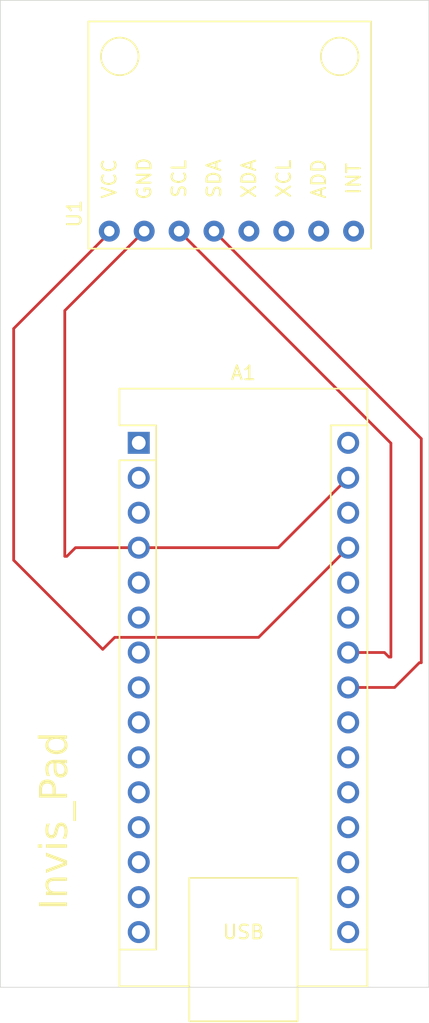
<source format=kicad_pcb>
(kicad_pcb (version 20241229) (generator "pcbnew") (generator_version "9.0")
  (layers (0 "F.Cu" signal) (2 "B.Cu" signal) (13 "F.Paste" user) (15 "B.Paste" user) (5 "F.SilkS" user "F.Silkscreen") (7 "B.SilkS" user "B.Silkscreen") (1 "F.Mask" user) (3 "B.Mask" user) (25 "Edge.Cuts" user))
  (net 0 "")
  (net 2 "Net-(U1-GND)")
  (net 12 "Net-(A1-SCL{slash}A5)")
  (net 17 "Net-(A1-SDA{slash}A4)")
  (net 21 "Net-(A1-+5V)")
  (footprint "usini_sensors:module_mpu6050" (layer "F.Cu") (at 189.897 89.255 90)
    (property "Reference" "U1" (at 1.27 -20.32 90) (layer "F.SilkS"))
    (property "Value" "module_mpu6050")
    (fp_line (start 15.24 -19.304) (end 15.24 1.27) (stroke (width 0.12)) (layer "F.SilkS"))
    (fp_line (start -1.27 -19.304) (end 15.24 -19.304) (stroke (width 0.12)) (layer "F.SilkS"))
    (fp_line (start 15.24 1.27) (end -1.27 1.27) (stroke (width 0.12)) (layer "F.SilkS"))
    (fp_line (start -1.27 1.27) (end -1.27 -19.304) (stroke (width 0.12)) (layer "F.SilkS"))
    (fp_circle (center 12.7 -17.018) (end 13.208 -15.748) (stroke (width 0.12)) (fill no) (layer "F.SilkS"))
    (fp_circle (center 12.7 -1.016) (end 13.208 0.254) (stroke (width 0.12)) (fill no) (layer "F.SilkS"))
    (fp_text user "VCC" (at 3.81 -17.78 90) (layer "F.SilkS"))
    (fp_text user "ADD" (at 3.81 -2.54 90) (layer "F.SilkS"))
    (fp_text user "XCL" (at 3.81 -5.08 90) (layer "F.SilkS"))
    (fp_text user "XDA" (at 3.81 -7.62 90) (layer "F.SilkS"))
    (fp_text user "SDA" (at 3.81 -10.16 90) (layer "F.SilkS"))
    (fp_text user "SCL" (at 3.81 -12.7 90) (layer "F.SilkS"))
    (fp_text user "GND" (at 3.81 -15.24 90) (layer "F.SilkS"))
    (fp_text user "INT" (at 3.81 0 90) (layer "F.SilkS"))
    (pad "1" thru_hole circle (at 0 -17.78 90) (size 1.524 1.524) (drill 0.762) (layers "*.Cu" "*.Mask") (net 21 "Net-(A1-+5V)"))
    (pad "2" thru_hole circle (at 0 -15.24 90) (size 1.524 1.524) (drill 0.762) (layers "*.Cu" "*.Mask") (net 2 "Net-(U1-GND)"))
    (pad "3" thru_hole circle (at 0 -12.7 90) (size 1.524 1.524) (drill 0.762) (layers "*.Cu" "*.Mask") (net 12 "Net-(A1-SCL{slash}A5)"))
    (pad "4" thru_hole circle (at 0 -10.16 90) (size 1.524 1.524) (drill 0.762) (layers "*.Cu" "*.Mask") (net 17 "Net-(A1-SDA{slash}A4)"))
    (pad "5" thru_hole circle (at 0 -7.62 90) (size 1.524 1.524) (drill 0.762) (layers "*.Cu" "*.Mask"))
    (pad "6" thru_hole circle (at 0 -5.08 90) (size 1.524 1.524) (drill 0.762) (layers "*.Cu" "*.Mask"))
    (pad "7" thru_hole circle (at 0 -2.54 90) (size 1.524 1.524) (drill 0.762) (layers "*.Cu" "*.Mask"))
    (pad "8" thru_hole circle (at 0 0 90) (size 1.524 1.524) (drill 0.762) (layers "*.Cu" "*.Mask"))
  )
  (footprint "Module:Arduino_Nano" (layer "F.Cu") (at 174.26 104.64)
    (property "Reference" "A1" (at 7.62 -5.08 0) (layer "F.SilkS"))
    (property "Value" "Arduino_Nano_Every")
    (fp_line (start -1.4 -3.94) (end -1.4 -1.27) (stroke (width 0.12)) (layer "F.SilkS"))
    (fp_line (start -1.4 1.27) (end -1.4 39.5) (stroke (width 0.12)) (layer "F.SilkS"))
    (fp_line (start -1.4 39.5) (end 3.68 39.5) (stroke (width 0.12)) (layer "F.SilkS"))
    (fp_line (start 1.27 -1.27) (end -1.4 -1.27) (stroke (width 0.12)) (layer "F.SilkS"))
    (fp_line (start 1.27 1.27) (end -1.4 1.27) (stroke (width 0.12)) (layer "F.SilkS"))
    (fp_line (start 1.27 1.27) (end 1.27 -1.27) (stroke (width 0.12)) (layer "F.SilkS"))
    (fp_line (start 1.27 1.27) (end 1.27 36.83) (stroke (width 0.12)) (layer "F.SilkS"))
    (fp_line (start 1.27 36.83) (end -1.4 36.83) (stroke (width 0.12)) (layer "F.SilkS"))
    (fp_line (start 3.68 31.62) (end 11.56 31.62) (stroke (width 0.12)) (layer "F.SilkS"))
    (fp_line (start 3.68 42.04) (end 3.68 31.62) (stroke (width 0.12)) (layer "F.SilkS"))
    (fp_line (start 11.56 31.62) (end 11.56 42.04) (stroke (width 0.12)) (layer "F.SilkS"))
    (fp_line (start 11.56 42.04) (end 3.68 42.04) (stroke (width 0.12)) (layer "F.SilkS"))
    (fp_line (start 13.97 -1.27) (end 13.97 36.83) (stroke (width 0.12)) (layer "F.SilkS"))
    (fp_line (start 13.97 -1.27) (end 16.64 -1.27) (stroke (width 0.12)) (layer "F.SilkS"))
    (fp_line (start 13.97 36.83) (end 16.64 36.83) (stroke (width 0.12)) (layer "F.SilkS"))
    (fp_line (start 16.64 -3.94) (end -1.4 -3.94) (stroke (width 0.12)) (layer "F.SilkS"))
    (fp_line (start 16.64 39.5) (end 11.56 39.5) (stroke (width 0.12)) (layer "F.SilkS"))
    (fp_line (start 16.64 39.5) (end 16.64 -3.94) (stroke (width 0.12)) (layer "F.SilkS"))
    (fp_text user "USB" (at 7.62 35.56 0) (layer "F.SilkS"))
    (pad "1" thru_hole rect (at 0 0) (size 1.6 1.6) (drill 1) (layers "*.Cu" "*.Mask"))
    (pad "2" thru_hole oval (at 0 2.54) (size 1.6 1.6) (drill 1) (layers "*.Cu" "*.Mask"))
    (pad "3" thru_hole oval (at 0 5.08) (size 1.6 1.6) (drill 1) (layers "*.Cu" "*.Mask"))
    (pad "4" thru_hole oval (at 0 7.62) (size 1.6 1.6) (drill 1) (layers "*.Cu" "*.Mask") (net 2 "Net-(U1-GND)"))
    (pad "5" thru_hole oval (at 0 10.16) (size 1.6 1.6) (drill 1) (layers "*.Cu" "*.Mask"))
    (pad "6" thru_hole oval (at 0 12.7) (size 1.6 1.6) (drill 1) (layers "*.Cu" "*.Mask"))
    (pad "7" thru_hole oval (at 0 15.24) (size 1.6 1.6) (drill 1) (layers "*.Cu" "*.Mask"))
    (pad "8" thru_hole oval (at 0 17.78) (size 1.6 1.6) (drill 1) (layers "*.Cu" "*.Mask"))
    (pad "9" thru_hole oval (at 0 20.32) (size 1.6 1.6) (drill 1) (layers "*.Cu" "*.Mask"))
    (pad "10" thru_hole oval (at 0 22.86) (size 1.6 1.6) (drill 1) (layers "*.Cu" "*.Mask"))
    (pad "11" thru_hole oval (at 0 25.4) (size 1.6 1.6) (drill 1) (layers "*.Cu" "*.Mask"))
    (pad "12" thru_hole oval (at 0 27.94) (size 1.6 1.6) (drill 1) (layers "*.Cu" "*.Mask"))
    (pad "13" thru_hole oval (at 0 30.48) (size 1.6 1.6) (drill 1) (layers "*.Cu" "*.Mask"))
    (pad "14" thru_hole oval (at 0 33.02) (size 1.6 1.6) (drill 1) (layers "*.Cu" "*.Mask"))
    (pad "15" thru_hole oval (at 0 35.56) (size 1.6 1.6) (drill 1) (layers "*.Cu" "*.Mask"))
    (pad "16" thru_hole oval (at 15.24 35.56) (size 1.6 1.6) (drill 1) (layers "*.Cu" "*.Mask"))
    (pad "17" thru_hole oval (at 15.24 33.02) (size 1.6 1.6) (drill 1) (layers "*.Cu" "*.Mask"))
    (pad "18" thru_hole oval (at 15.24 30.48) (size 1.6 1.6) (drill 1) (layers "*.Cu" "*.Mask"))
    (pad "19" thru_hole oval (at 15.24 27.94) (size 1.6 1.6) (drill 1) (layers "*.Cu" "*.Mask"))
    (pad "20" thru_hole oval (at 15.24 25.4) (size 1.6 1.6) (drill 1) (layers "*.Cu" "*.Mask"))
    (pad "21" thru_hole oval (at 15.24 22.86) (size 1.6 1.6) (drill 1) (layers "*.Cu" "*.Mask"))
    (pad "22" thru_hole oval (at 15.24 20.32) (size 1.6 1.6) (drill 1) (layers "*.Cu" "*.Mask"))
    (pad "23" thru_hole oval (at 15.24 17.78) (size 1.6 1.6) (drill 1) (layers "*.Cu" "*.Mask") (net 17 "Net-(A1-SDA{slash}A4)"))
    (pad "24" thru_hole oval (at 15.24 15.24) (size 1.6 1.6) (drill 1) (layers "*.Cu" "*.Mask") (net 12 "Net-(A1-SCL{slash}A5)"))
    (pad "25" thru_hole oval (at 15.24 12.7) (size 1.6 1.6) (drill 1) (layers "*.Cu" "*.Mask"))
    (pad "26" thru_hole oval (at 15.24 10.16) (size 1.6 1.6) (drill 1) (layers "*.Cu" "*.Mask"))
    (pad "27" thru_hole oval (at 15.24 7.62) (size 1.6 1.6) (drill 1) (layers "*.Cu" "*.Mask") (net 21 "Net-(A1-+5V)"))
    (pad "28" thru_hole oval (at 15.24 5.08) (size 1.6 1.6) (drill 1) (layers "*.Cu" "*.Mask"))
    (pad "29" thru_hole oval (at 15.24 2.54) (size 1.6 1.6) (drill 1) (layers "*.Cu" "*.Mask") (net 2 "Net-(U1-GND)"))
    (pad "30" thru_hole oval (at 15.24 0) (size 1.6 1.6) (drill 1) (layers "*.Cu" "*.Mask"))
  )
  (gr_rect (start 164.19 72.48) (end 195.37 144.21) (stroke (width 0.05)) (fill no) (layer "Edge.Cuts"))
  (gr_text "Invis_Pad" (at 169.38 138.59 90) (layer "F.SilkS") (effects (font (size 2 2)) (justify left bottom)))
  (segment (start 184.42 112.26) (end 189.5 107.18) (width 0.2) (layer "F.Cu") (net 2))
  (segment (start 169.66 112.26) (end 174.26 112.26) (width 0.2) (layer "F.Cu") (net 2))
  (segment (start 168.88 95.032) (end 168.88 112.89) (width 0.2) (layer "F.Cu") (net 2))
  (segment (start 168.88 112.89) (end 169.03 112.89) (width 0.2) (layer "F.Cu") (net 2))
  (segment (start 174.26 112.26) (end 184.42 112.26) (width 0.2) (layer "F.Cu") (net 2))
  (segment (start 174.657 89.255) (end 168.88 95.032) (width 0.2) (layer "F.Cu") (net 2))
  (segment (start 169.03 112.89) (end 169.66 112.26) (width 0.2) (layer "F.Cu") (net 2))
  (segment (start 177.197 89.255) (end 192.61 104.668) (width 0.2) (layer "F.Cu") (net 12))
  (segment (start 192.14 119.88) (end 189.5 119.88) (width 0.2) (layer "F.Cu") (net 12))
  (segment (start 192.47 120.21) (end 192.14 119.88) (width 0.2) (layer "F.Cu") (net 12))
  (segment (start 192.61 104.668) (end 192.61 120.21) (width 0.2) (layer "F.Cu") (net 12))
  (segment (start 192.61 120.21) (end 192.47 120.21) (width 0.2) (layer "F.Cu") (net 12))
  (segment (start 192.88 122.42) (end 189.5 122.42) (width 0.2) (layer "F.Cu") (net 17))
  (segment (start 194.82 120.62) (end 194.68 120.62) (width 0.2) (layer "F.Cu") (net 17))
  (segment (start 194.68 120.62) (end 192.88 122.42) (width 0.2) (layer "F.Cu") (net 17))
  (segment (start 179.737 89.255) (end 194.82 104.338) (width 0.2) (layer "F.Cu") (net 17))
  (segment (start 194.82 104.338) (end 194.82 120.62) (width 0.2) (layer "F.Cu") (net 17))
  (segment (start 171.64 119.65) (end 172.511 118.779) (width 0.2) (layer "F.Cu") (net 21))
  (segment (start 165.16 113.17) (end 171.64 119.65) (width 0.2) (layer "F.Cu") (net 21))
  (segment (start 165.16 96.34) (end 165.16 113.17) (width 0.2) (layer "F.Cu") (net 21))
  (segment (start 182.981 118.779) (end 189.5 112.26) (width 0.2) (layer "F.Cu") (net 21))
  (segment (start 172.117 89.255) (end 172.117 89.383) (width 0.2) (layer "F.Cu") (net 21))
  (segment (start 172.511 118.779) (end 182.981 118.779) (width 0.2) (layer "F.Cu") (net 21))
  (segment (start 172.117 89.383) (end 165.16 96.34) (width 0.2) (layer "F.Cu") (net 21))
)
</source>
